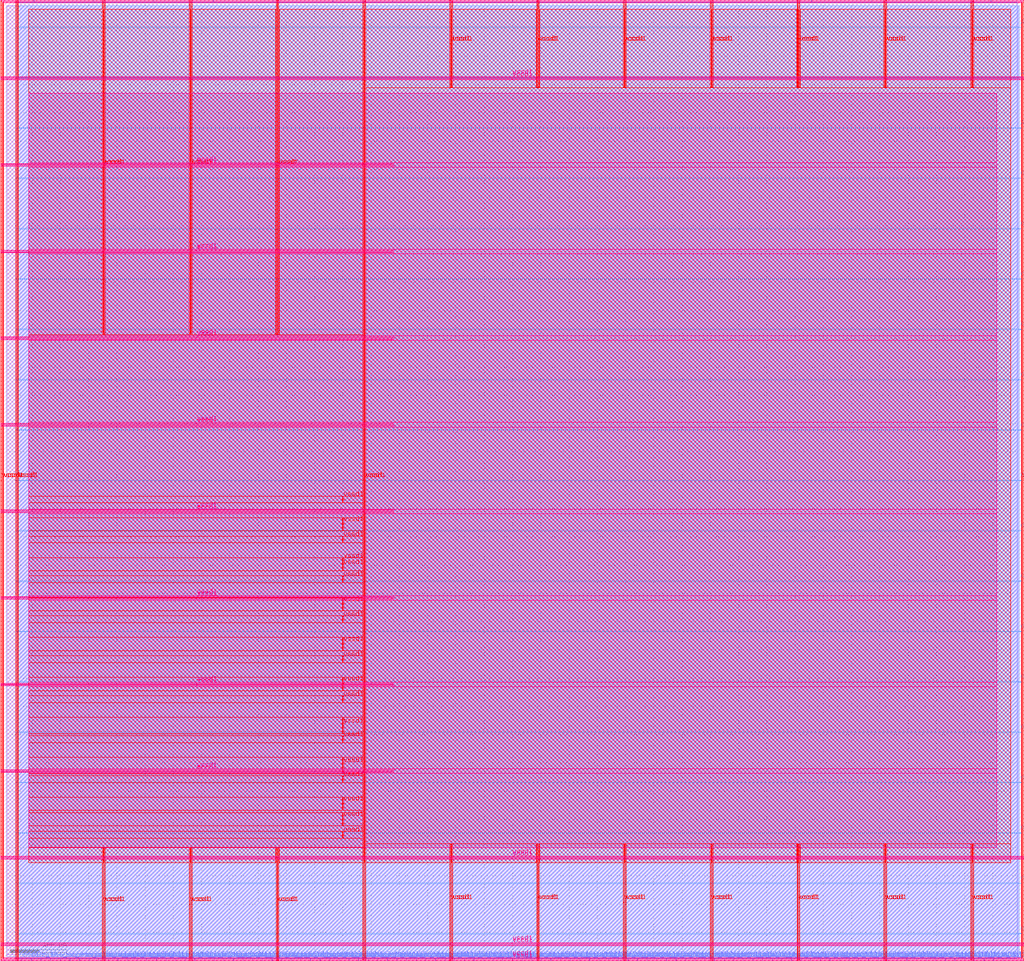
<source format=lef>
VERSION 5.7 ;
  NOWIREEXTENSIONATPIN ON ;
  DIVIDERCHAR "/" ;
  BUSBITCHARS "[]" ;
MACRO top_wrapper
  CLASS BLOCK ;
  FOREIGN top_wrapper ;
  ORIGIN 0.000 0.000 ;
  SIZE 1800.000 BY 1700.000 ;
  PIN ADC_OUT_OBS[0]
    DIRECTION OUTPUT TRISTATE ;
    USE SIGNAL ;
    PORT
      LAYER met3 ;
        RECT 1796.000 1472.920 1800.000 1473.520 ;
    END
  END ADC_OUT_OBS[0]
  PIN ADC_OUT_OBS[1]
    DIRECTION OUTPUT TRISTATE ;
    USE SIGNAL ;
    PORT
      LAYER met3 ;
        RECT 1796.000 1562.000 1800.000 1562.600 ;
    END
  END ADC_OUT_OBS[1]
  PIN ADC_OUT_OBS[2]
    DIRECTION OUTPUT TRISTATE ;
    USE SIGNAL ;
    PORT
      LAYER met3 ;
        RECT 1796.000 1651.080 1800.000 1651.680 ;
    END
  END ADC_OUT_OBS[2]
  PIN BL0
    DIRECTION INOUT ;
    USE SIGNAL ;
    PORT
      LAYER met2 ;
        RECT 1767.870 0.000 1768.150 4.000 ;
    END
  END BL0
  PIN CSA[0]
    DIRECTION OUTPUT TRISTATE ;
    USE SIGNAL ;
    PORT
      LAYER met3 ;
        RECT 1796.000 47.640 1800.000 48.240 ;
    END
  END CSA[0]
  PIN CSA[10]
    DIRECTION OUTPUT TRISTATE ;
    USE SIGNAL ;
    PORT
      LAYER met3 ;
        RECT 1796.000 938.440 1800.000 939.040 ;
    END
  END CSA[10]
  PIN CSA[11]
    DIRECTION OUTPUT TRISTATE ;
    USE SIGNAL ;
    PORT
      LAYER met3 ;
        RECT 1796.000 1027.520 1800.000 1028.120 ;
    END
  END CSA[11]
  PIN CSA[12]
    DIRECTION OUTPUT TRISTATE ;
    USE SIGNAL ;
    PORT
      LAYER met3 ;
        RECT 1796.000 1116.600 1800.000 1117.200 ;
    END
  END CSA[12]
  PIN CSA[13]
    DIRECTION OUTPUT TRISTATE ;
    USE SIGNAL ;
    PORT
      LAYER met3 ;
        RECT 1796.000 1205.680 1800.000 1206.280 ;
    END
  END CSA[13]
  PIN CSA[14]
    DIRECTION OUTPUT TRISTATE ;
    USE SIGNAL ;
    PORT
      LAYER met3 ;
        RECT 1796.000 1294.760 1800.000 1295.360 ;
    END
  END CSA[14]
  PIN CSA[15]
    DIRECTION OUTPUT TRISTATE ;
    USE SIGNAL ;
    PORT
      LAYER met3 ;
        RECT 1796.000 1383.840 1800.000 1384.440 ;
    END
  END CSA[15]
  PIN CSA[1]
    DIRECTION OUTPUT TRISTATE ;
    USE SIGNAL ;
    PORT
      LAYER met3 ;
        RECT 1796.000 136.720 1800.000 137.320 ;
    END
  END CSA[1]
  PIN CSA[2]
    DIRECTION OUTPUT TRISTATE ;
    USE SIGNAL ;
    PORT
      LAYER met3 ;
        RECT 1796.000 225.800 1800.000 226.400 ;
    END
  END CSA[2]
  PIN CSA[3]
    DIRECTION OUTPUT TRISTATE ;
    USE SIGNAL ;
    PORT
      LAYER met3 ;
        RECT 1796.000 314.880 1800.000 315.480 ;
    END
  END CSA[3]
  PIN CSA[4]
    DIRECTION OUTPUT TRISTATE ;
    USE SIGNAL ;
    PORT
      LAYER met3 ;
        RECT 1796.000 403.960 1800.000 404.560 ;
    END
  END CSA[4]
  PIN CSA[5]
    DIRECTION OUTPUT TRISTATE ;
    USE SIGNAL ;
    PORT
      LAYER met3 ;
        RECT 1796.000 493.040 1800.000 493.640 ;
    END
  END CSA[5]
  PIN CSA[6]
    DIRECTION OUTPUT TRISTATE ;
    USE SIGNAL ;
    PORT
      LAYER met3 ;
        RECT 1796.000 582.120 1800.000 582.720 ;
    END
  END CSA[6]
  PIN CSA[7]
    DIRECTION OUTPUT TRISTATE ;
    USE SIGNAL ;
    PORT
      LAYER met3 ;
        RECT 1796.000 671.200 1800.000 671.800 ;
    END
  END CSA[7]
  PIN CSA[8]
    DIRECTION OUTPUT TRISTATE ;
    USE SIGNAL ;
    PORT
      LAYER met3 ;
        RECT 1796.000 760.280 1800.000 760.880 ;
    END
  END CSA[8]
  PIN CSA[9]
    DIRECTION OUTPUT TRISTATE ;
    USE SIGNAL ;
    PORT
      LAYER met3 ;
        RECT 1796.000 849.360 1800.000 849.960 ;
    END
  END CSA[9]
  PIN REF_CSA
    DIRECTION INOUT ;
    USE SIGNAL ;
    PORT
      LAYER met2 ;
        RECT 1640.450 1696.000 1640.730 1700.000 ;
    END
  END REF_CSA
  PIN SL0
    DIRECTION INOUT ;
    USE SIGNAL ;
    PORT
      LAYER met2 ;
        RECT 1733.830 0.000 1734.110 4.000 ;
    END
  END SL0
  PIN V0_REF_ADC
    DIRECTION INOUT ;
    USE SIGNAL ;
    PORT
      LAYER met2 ;
        RECT 1323.050 1696.000 1323.330 1700.000 ;
    END
  END V0_REF_ADC
  PIN V1_BL
    DIRECTION INOUT ;
    USE SIGNAL ;
    PORT
      LAYER met2 ;
        RECT 899.850 1696.000 900.130 1700.000 ;
    END
  END V1_BL
  PIN V1_REF_ADC
    DIRECTION INOUT ;
    USE SIGNAL ;
    PORT
      LAYER met2 ;
        RECT 1428.850 1696.000 1429.130 1700.000 ;
    END
  END V1_REF_ADC
  PIN V1_SL
    DIRECTION INOUT ;
    USE SIGNAL ;
    PORT
      LAYER met2 ;
        RECT 476.650 1696.000 476.930 1700.000 ;
    END
  END V1_SL
  PIN V1_WL
    DIRECTION INOUT ;
    USE SIGNAL ;
    PORT
      LAYER met2 ;
        RECT 53.450 1696.000 53.730 1700.000 ;
    END
  END V1_WL
  PIN V2_BL
    DIRECTION INOUT ;
    USE SIGNAL ;
    PORT
      LAYER met2 ;
        RECT 1005.650 1696.000 1005.930 1700.000 ;
    END
  END V2_BL
  PIN V2_REF_ADC
    DIRECTION INOUT ;
    USE SIGNAL ;
    PORT
      LAYER met2 ;
        RECT 1534.650 1696.000 1534.930 1700.000 ;
    END
  END V2_REF_ADC
  PIN V2_SL
    DIRECTION INOUT ;
    USE SIGNAL ;
    PORT
      LAYER met2 ;
        RECT 582.450 1696.000 582.730 1700.000 ;
    END
  END V2_SL
  PIN V2_WL
    DIRECTION INOUT ;
    USE SIGNAL ;
    PORT
      LAYER met2 ;
        RECT 159.250 1696.000 159.530 1700.000 ;
    END
  END V2_WL
  PIN V3_BL
    DIRECTION INOUT ;
    USE SIGNAL ;
    PORT
      LAYER met2 ;
        RECT 1111.450 1696.000 1111.730 1700.000 ;
    END
  END V3_BL
  PIN V3_SL
    DIRECTION INOUT ;
    USE SIGNAL ;
    PORT
      LAYER met2 ;
        RECT 688.250 1696.000 688.530 1700.000 ;
    END
  END V3_SL
  PIN V3_WL
    DIRECTION INOUT ;
    USE SIGNAL ;
    PORT
      LAYER met2 ;
        RECT 265.050 1696.000 265.330 1700.000 ;
    END
  END V3_WL
  PIN V4_BL
    DIRECTION INOUT ;
    USE SIGNAL ;
    PORT
      LAYER met2 ;
        RECT 1217.250 1696.000 1217.530 1700.000 ;
    END
  END V4_BL
  PIN V4_SL
    DIRECTION INOUT ;
    USE SIGNAL ;
    PORT
      LAYER met2 ;
        RECT 794.050 1696.000 794.330 1700.000 ;
    END
  END V4_SL
  PIN V4_WL
    DIRECTION INOUT ;
    USE SIGNAL ;
    PORT
      LAYER met2 ;
        RECT 370.850 1696.000 371.130 1700.000 ;
    END
  END V4_WL
  PIN VDD_PRE
    DIRECTION INOUT ;
    USE SIGNAL ;
    PORT
      LAYER met2 ;
        RECT 1746.250 1696.000 1746.530 1700.000 ;
    END
  END VDD_PRE
  PIN WL0
    DIRECTION INOUT ;
    USE SIGNAL ;
    PORT
      LAYER met2 ;
        RECT 1750.850 0.000 1751.130 4.000 ;
    END
  END WL0
  PIN clk
    DIRECTION INPUT ;
    USE SIGNAL ;
    PORT
      LAYER met2 ;
        RECT 48.850 0.000 49.130 4.000 ;
    END
  END clk
  PIN enable_IM
    DIRECTION INPUT ;
    USE SIGNAL ;
    PORT
      LAYER met2 ;
        RECT 31.830 0.000 32.110 4.000 ;
    END
  END enable_IM
  PIN rst
    DIRECTION INPUT ;
    USE SIGNAL ;
    PORT
      LAYER met2 ;
        RECT 65.870 0.000 66.150 4.000 ;
    END
  END rst
  PIN vccd1
    DIRECTION INOUT ;
    USE POWER ;
    PORT
      LAYER met4 ;
        RECT -2.080 3.280 -0.480 1696.720 ;
    END
    PORT
      LAYER met5 ;
        RECT -2.080 3.280 1802.060 4.880 ;
    END
    PORT
      LAYER met5 ;
        RECT -2.080 1695.120 1802.060 1696.720 ;
    END
    PORT
      LAYER met4 ;
        RECT 1800.460 3.280 1802.060 1696.720 ;
    END
    PORT
      LAYER met4 ;
        RECT 21.040 -0.020 22.640 1700.020 ;
    END
    PORT
      LAYER met4 ;
        RECT 174.640 -0.020 176.240 200.755 ;
    END
    PORT
      LAYER met4 ;
        RECT 174.640 1107.725 176.240 1700.020 ;
    END
    PORT
      LAYER met4 ;
        RECT 328.240 -0.020 329.840 200.755 ;
    END
    PORT
      LAYER met4 ;
        RECT 328.240 1107.725 329.840 1700.020 ;
    END
    PORT
      LAYER met4 ;
        RECT 481.840 -0.020 483.440 200.755 ;
    END
    PORT
      LAYER met4 ;
        RECT 481.840 1107.725 483.440 1700.020 ;
    END
    PORT
      LAYER met4 ;
        RECT 635.440 -0.020 637.040 1700.020 ;
    END
    PORT
      LAYER met4 ;
        RECT 789.040 -0.020 790.640 206.780 ;
    END
    PORT
      LAYER met4 ;
        RECT 789.040 1545.180 790.640 1700.020 ;
    END
    PORT
      LAYER met4 ;
        RECT 942.640 -0.020 944.240 206.780 ;
    END
    PORT
      LAYER met4 ;
        RECT 942.640 1545.180 944.240 1700.020 ;
    END
    PORT
      LAYER met4 ;
        RECT 1096.240 -0.020 1097.840 206.780 ;
    END
    PORT
      LAYER met4 ;
        RECT 1096.240 1545.180 1097.840 1700.020 ;
    END
    PORT
      LAYER met4 ;
        RECT 1249.840 -0.020 1251.440 206.780 ;
    END
    PORT
      LAYER met4 ;
        RECT 1249.840 1545.180 1251.440 1700.020 ;
    END
    PORT
      LAYER met4 ;
        RECT 1403.440 -0.020 1405.040 206.780 ;
    END
    PORT
      LAYER met4 ;
        RECT 1403.440 1545.180 1405.040 1700.020 ;
    END
    PORT
      LAYER met4 ;
        RECT 1557.040 -0.020 1558.640 206.780 ;
    END
    PORT
      LAYER met4 ;
        RECT 1557.040 1545.180 1558.640 1700.020 ;
    END
    PORT
      LAYER met4 ;
        RECT 1710.640 -0.020 1712.240 206.780 ;
    END
    PORT
      LAYER met4 ;
        RECT 1710.640 1545.180 1712.240 1700.020 ;
    END
    PORT
      LAYER met5 ;
        RECT -5.380 26.730 1805.360 28.330 ;
    END
    PORT
      LAYER met5 ;
        RECT -5.380 179.910 1805.360 181.510 ;
    END
    PORT
      LAYER met5 ;
        RECT -5.380 333.090 688.340 334.690 ;
    END
    PORT
      LAYER met5 ;
        RECT -5.380 486.270 688.340 487.870 ;
    END
    PORT
      LAYER met5 ;
        RECT -5.380 639.450 688.340 641.050 ;
    END
    PORT
      LAYER met5 ;
        RECT -5.380 792.630 688.340 794.230 ;
    END
    PORT
      LAYER met5 ;
        RECT -5.380 945.810 688.340 947.410 ;
    END
    PORT
      LAYER met5 ;
        RECT -5.380 1098.990 688.340 1100.590 ;
    END
    PORT
      LAYER met5 ;
        RECT -5.380 1252.170 688.340 1253.770 ;
    END
    PORT
      LAYER met5 ;
        RECT -5.380 1405.350 688.340 1406.950 ;
    END
    PORT
      LAYER met5 ;
        RECT -5.380 1558.530 1805.360 1560.130 ;
    END
  END vccd1
  PIN vssd1
    DIRECTION INOUT ;
    USE GROUND ;
    PORT
      LAYER met4 ;
        RECT -5.380 -0.020 -3.780 1700.020 ;
    END
    PORT
      LAYER met5 ;
        RECT -5.380 -0.020 1805.360 1.580 ;
    END
    PORT
      LAYER met5 ;
        RECT -5.380 1698.420 1805.360 1700.020 ;
    END
    PORT
      LAYER met4 ;
        RECT 1803.760 -0.020 1805.360 1700.020 ;
    END
    PORT
      LAYER met4 ;
        RECT 24.340 -0.020 25.940 1700.020 ;
    END
    PORT
      LAYER met4 ;
        RECT 177.940 -0.020 179.540 200.755 ;
    END
    PORT
      LAYER met4 ;
        RECT 177.940 1107.725 179.540 1700.020 ;
    END
    PORT
      LAYER met4 ;
        RECT 331.540 -0.020 333.140 200.755 ;
    END
    PORT
      LAYER met4 ;
        RECT 331.540 1107.725 333.140 1700.020 ;
    END
    PORT
      LAYER met4 ;
        RECT 485.140 -0.020 486.740 200.755 ;
    END
    PORT
      LAYER met4 ;
        RECT 485.140 1107.725 486.740 1700.020 ;
    END
    PORT
      LAYER met4 ;
        RECT 638.740 -0.020 640.340 1700.020 ;
    END
    PORT
      LAYER met4 ;
        RECT 792.340 -0.020 793.940 206.780 ;
    END
    PORT
      LAYER met4 ;
        RECT 792.340 1545.180 793.940 1700.020 ;
    END
    PORT
      LAYER met4 ;
        RECT 945.940 -0.020 947.540 206.780 ;
    END
    PORT
      LAYER met4 ;
        RECT 945.940 1545.180 947.540 1700.020 ;
    END
    PORT
      LAYER met4 ;
        RECT 1099.540 -0.020 1101.140 206.780 ;
    END
    PORT
      LAYER met4 ;
        RECT 1099.540 1545.180 1101.140 1700.020 ;
    END
    PORT
      LAYER met4 ;
        RECT 1253.140 -0.020 1254.740 206.780 ;
    END
    PORT
      LAYER met4 ;
        RECT 1253.140 1545.180 1254.740 1700.020 ;
    END
    PORT
      LAYER met4 ;
        RECT 1406.740 -0.020 1408.340 206.780 ;
    END
    PORT
      LAYER met4 ;
        RECT 1406.740 1545.180 1408.340 1700.020 ;
    END
    PORT
      LAYER met4 ;
        RECT 1560.340 -0.020 1561.940 206.780 ;
    END
    PORT
      LAYER met4 ;
        RECT 1560.340 1545.180 1561.940 1700.020 ;
    END
    PORT
      LAYER met4 ;
        RECT 1713.940 -0.020 1715.540 206.780 ;
    END
    PORT
      LAYER met4 ;
        RECT 1713.940 1545.180 1715.540 1700.020 ;
    END
    PORT
      LAYER met5 ;
        RECT -5.380 30.030 1805.360 31.630 ;
    END
    PORT
      LAYER met5 ;
        RECT -5.380 183.210 1805.360 184.810 ;
    END
    PORT
      LAYER met5 ;
        RECT -5.380 336.390 688.340 337.990 ;
    END
    PORT
      LAYER met5 ;
        RECT -5.380 489.570 688.340 491.170 ;
    END
    PORT
      LAYER met5 ;
        RECT -5.380 642.750 688.340 644.350 ;
    END
    PORT
      LAYER met5 ;
        RECT -5.380 795.930 688.340 797.530 ;
    END
    PORT
      LAYER met5 ;
        RECT -5.380 949.110 688.340 950.710 ;
    END
    PORT
      LAYER met5 ;
        RECT -5.380 1102.290 688.340 1103.890 ;
    END
    PORT
      LAYER met5 ;
        RECT -5.380 1255.470 688.340 1257.070 ;
    END
    PORT
      LAYER met5 ;
        RECT -5.380 1408.650 688.340 1410.250 ;
    END
    PORT
      LAYER met5 ;
        RECT -5.380 1561.830 1805.360 1563.430 ;
    END
    PORT
      LAYER met4 ;
        RECT 599.500 217.360 601.100 228.720 ;
    END
    PORT
      LAYER met4 ;
        RECT 599.500 239.120 601.100 261.360 ;
    END
    PORT
      LAYER met4 ;
        RECT 599.500 266.320 601.100 288.560 ;
    END
    PORT
      LAYER met4 ;
        RECT 599.500 315.280 601.100 326.640 ;
    END
    PORT
      LAYER met4 ;
        RECT 599.500 331.600 601.100 359.280 ;
    END
    PORT
      LAYER met4 ;
        RECT 599.500 386.000 601.100 397.360 ;
    END
    PORT
      LAYER met4 ;
        RECT 599.500 402.320 601.100 430.000 ;
    END
    PORT
      LAYER met4 ;
        RECT 599.500 456.720 601.100 468.080 ;
    END
    PORT
      LAYER met4 ;
        RECT 599.500 478.480 601.100 500.720 ;
    END
    PORT
      LAYER met4 ;
        RECT 599.500 527.440 601.100 538.800 ;
    END
    PORT
      LAYER met4 ;
        RECT 599.500 549.200 601.100 571.440 ;
    END
    PORT
      LAYER met4 ;
        RECT 599.500 598.160 601.100 609.520 ;
    END
    PORT
      LAYER met4 ;
        RECT 599.500 619.920 601.100 642.160 ;
    END
    PORT
      LAYER met4 ;
        RECT 599.500 668.880 601.100 680.240 ;
    END
    PORT
      LAYER met4 ;
        RECT 599.500 690.640 601.100 701.520 ;
    END
    PORT
      LAYER met4 ;
        RECT 599.500 701.745 601.100 712.880 ;
    END
    PORT
      LAYER met4 ;
        RECT 599.500 739.600 601.100 750.960 ;
    END
    PORT
      LAYER met4 ;
        RECT 599.500 761.360 601.100 783.600 ;
    END
    PORT
      LAYER met4 ;
        RECT 599.500 810.320 601.100 821.680 ;
    END
  END vssd1
  PIN wbs_we_i
    DIRECTION INPUT ;
    USE SIGNAL ;
    PORT
      LAYER met2 ;
        RECT 82.890 0.000 83.170 4.000 ;
    END
  END wbs_we_i
  PIN wishbone_address_bus[0]
    DIRECTION INPUT ;
    USE SIGNAL ;
    PORT
      LAYER met2 ;
        RECT 99.910 0.000 100.190 4.000 ;
    END
  END wishbone_address_bus[0]
  PIN wishbone_address_bus[10]
    DIRECTION INPUT ;
    USE SIGNAL ;
    PORT
      LAYER met2 ;
        RECT 610.510 0.000 610.790 4.000 ;
    END
  END wishbone_address_bus[10]
  PIN wishbone_address_bus[11]
    DIRECTION INPUT ;
    USE SIGNAL ;
    PORT
      LAYER met2 ;
        RECT 661.570 0.000 661.850 4.000 ;
    END
  END wishbone_address_bus[11]
  PIN wishbone_address_bus[12]
    DIRECTION INPUT ;
    USE SIGNAL ;
    PORT
      LAYER met2 ;
        RECT 712.630 0.000 712.910 4.000 ;
    END
  END wishbone_address_bus[12]
  PIN wishbone_address_bus[13]
    DIRECTION INPUT ;
    USE SIGNAL ;
    PORT
      LAYER met2 ;
        RECT 763.690 0.000 763.970 4.000 ;
    END
  END wishbone_address_bus[13]
  PIN wishbone_address_bus[14]
    DIRECTION INPUT ;
    USE SIGNAL ;
    PORT
      LAYER met2 ;
        RECT 814.750 0.000 815.030 4.000 ;
    END
  END wishbone_address_bus[14]
  PIN wishbone_address_bus[15]
    DIRECTION INPUT ;
    USE SIGNAL ;
    PORT
      LAYER met2 ;
        RECT 865.810 0.000 866.090 4.000 ;
    END
  END wishbone_address_bus[15]
  PIN wishbone_address_bus[16]
    DIRECTION INPUT ;
    USE SIGNAL ;
    PORT
      LAYER met2 ;
        RECT 916.870 0.000 917.150 4.000 ;
    END
  END wishbone_address_bus[16]
  PIN wishbone_address_bus[17]
    DIRECTION INPUT ;
    USE SIGNAL ;
    PORT
      LAYER met2 ;
        RECT 967.930 0.000 968.210 4.000 ;
    END
  END wishbone_address_bus[17]
  PIN wishbone_address_bus[18]
    DIRECTION INPUT ;
    USE SIGNAL ;
    PORT
      LAYER met2 ;
        RECT 1018.990 0.000 1019.270 4.000 ;
    END
  END wishbone_address_bus[18]
  PIN wishbone_address_bus[19]
    DIRECTION INPUT ;
    USE SIGNAL ;
    PORT
      LAYER met2 ;
        RECT 1070.050 0.000 1070.330 4.000 ;
    END
  END wishbone_address_bus[19]
  PIN wishbone_address_bus[1]
    DIRECTION INPUT ;
    USE SIGNAL ;
    PORT
      LAYER met2 ;
        RECT 150.970 0.000 151.250 4.000 ;
    END
  END wishbone_address_bus[1]
  PIN wishbone_address_bus[20]
    DIRECTION INPUT ;
    USE SIGNAL ;
    PORT
      LAYER met2 ;
        RECT 1121.110 0.000 1121.390 4.000 ;
    END
  END wishbone_address_bus[20]
  PIN wishbone_address_bus[21]
    DIRECTION INPUT ;
    USE SIGNAL ;
    PORT
      LAYER met2 ;
        RECT 1172.170 0.000 1172.450 4.000 ;
    END
  END wishbone_address_bus[21]
  PIN wishbone_address_bus[22]
    DIRECTION INPUT ;
    USE SIGNAL ;
    PORT
      LAYER met2 ;
        RECT 1223.230 0.000 1223.510 4.000 ;
    END
  END wishbone_address_bus[22]
  PIN wishbone_address_bus[23]
    DIRECTION INPUT ;
    USE SIGNAL ;
    PORT
      LAYER met2 ;
        RECT 1274.290 0.000 1274.570 4.000 ;
    END
  END wishbone_address_bus[23]
  PIN wishbone_address_bus[24]
    DIRECTION INPUT ;
    USE SIGNAL ;
    PORT
      LAYER met2 ;
        RECT 1325.350 0.000 1325.630 4.000 ;
    END
  END wishbone_address_bus[24]
  PIN wishbone_address_bus[25]
    DIRECTION INPUT ;
    USE SIGNAL ;
    PORT
      LAYER met2 ;
        RECT 1376.410 0.000 1376.690 4.000 ;
    END
  END wishbone_address_bus[25]
  PIN wishbone_address_bus[26]
    DIRECTION INPUT ;
    USE SIGNAL ;
    PORT
      LAYER met2 ;
        RECT 1427.470 0.000 1427.750 4.000 ;
    END
  END wishbone_address_bus[26]
  PIN wishbone_address_bus[27]
    DIRECTION INPUT ;
    USE SIGNAL ;
    PORT
      LAYER met2 ;
        RECT 1478.530 0.000 1478.810 4.000 ;
    END
  END wishbone_address_bus[27]
  PIN wishbone_address_bus[28]
    DIRECTION INPUT ;
    USE SIGNAL ;
    PORT
      LAYER met2 ;
        RECT 1529.590 0.000 1529.870 4.000 ;
    END
  END wishbone_address_bus[28]
  PIN wishbone_address_bus[29]
    DIRECTION INPUT ;
    USE SIGNAL ;
    PORT
      LAYER met2 ;
        RECT 1580.650 0.000 1580.930 4.000 ;
    END
  END wishbone_address_bus[29]
  PIN wishbone_address_bus[2]
    DIRECTION INPUT ;
    USE SIGNAL ;
    PORT
      LAYER met2 ;
        RECT 202.030 0.000 202.310 4.000 ;
    END
  END wishbone_address_bus[2]
  PIN wishbone_address_bus[30]
    DIRECTION INPUT ;
    USE SIGNAL ;
    PORT
      LAYER met2 ;
        RECT 1631.710 0.000 1631.990 4.000 ;
    END
  END wishbone_address_bus[30]
  PIN wishbone_address_bus[31]
    DIRECTION INPUT ;
    USE SIGNAL ;
    PORT
      LAYER met2 ;
        RECT 1682.770 0.000 1683.050 4.000 ;
    END
  END wishbone_address_bus[31]
  PIN wishbone_address_bus[3]
    DIRECTION INPUT ;
    USE SIGNAL ;
    PORT
      LAYER met2 ;
        RECT 253.090 0.000 253.370 4.000 ;
    END
  END wishbone_address_bus[3]
  PIN wishbone_address_bus[4]
    DIRECTION INPUT ;
    USE SIGNAL ;
    PORT
      LAYER met2 ;
        RECT 304.150 0.000 304.430 4.000 ;
    END
  END wishbone_address_bus[4]
  PIN wishbone_address_bus[5]
    DIRECTION INPUT ;
    USE SIGNAL ;
    PORT
      LAYER met2 ;
        RECT 355.210 0.000 355.490 4.000 ;
    END
  END wishbone_address_bus[5]
  PIN wishbone_address_bus[6]
    DIRECTION INPUT ;
    USE SIGNAL ;
    PORT
      LAYER met2 ;
        RECT 406.270 0.000 406.550 4.000 ;
    END
  END wishbone_address_bus[6]
  PIN wishbone_address_bus[7]
    DIRECTION INPUT ;
    USE SIGNAL ;
    PORT
      LAYER met2 ;
        RECT 457.330 0.000 457.610 4.000 ;
    END
  END wishbone_address_bus[7]
  PIN wishbone_address_bus[8]
    DIRECTION INPUT ;
    USE SIGNAL ;
    PORT
      LAYER met2 ;
        RECT 508.390 0.000 508.670 4.000 ;
    END
  END wishbone_address_bus[8]
  PIN wishbone_address_bus[9]
    DIRECTION INPUT ;
    USE SIGNAL ;
    PORT
      LAYER met2 ;
        RECT 559.450 0.000 559.730 4.000 ;
    END
  END wishbone_address_bus[9]
  PIN wishbone_data_in[0]
    DIRECTION INPUT ;
    USE SIGNAL ;
    PORT
      LAYER met2 ;
        RECT 116.930 0.000 117.210 4.000 ;
    END
  END wishbone_data_in[0]
  PIN wishbone_data_in[10]
    DIRECTION INPUT ;
    USE SIGNAL ;
    PORT
      LAYER met2 ;
        RECT 627.530 0.000 627.810 4.000 ;
    END
  END wishbone_data_in[10]
  PIN wishbone_data_in[11]
    DIRECTION INPUT ;
    USE SIGNAL ;
    PORT
      LAYER met2 ;
        RECT 678.590 0.000 678.870 4.000 ;
    END
  END wishbone_data_in[11]
  PIN wishbone_data_in[12]
    DIRECTION INPUT ;
    USE SIGNAL ;
    PORT
      LAYER met2 ;
        RECT 729.650 0.000 729.930 4.000 ;
    END
  END wishbone_data_in[12]
  PIN wishbone_data_in[13]
    DIRECTION INPUT ;
    USE SIGNAL ;
    PORT
      LAYER met2 ;
        RECT 780.710 0.000 780.990 4.000 ;
    END
  END wishbone_data_in[13]
  PIN wishbone_data_in[14]
    DIRECTION INPUT ;
    USE SIGNAL ;
    PORT
      LAYER met2 ;
        RECT 831.770 0.000 832.050 4.000 ;
    END
  END wishbone_data_in[14]
  PIN wishbone_data_in[15]
    DIRECTION INPUT ;
    USE SIGNAL ;
    PORT
      LAYER met2 ;
        RECT 882.830 0.000 883.110 4.000 ;
    END
  END wishbone_data_in[15]
  PIN wishbone_data_in[16]
    DIRECTION INPUT ;
    USE SIGNAL ;
    PORT
      LAYER met2 ;
        RECT 933.890 0.000 934.170 4.000 ;
    END
  END wishbone_data_in[16]
  PIN wishbone_data_in[17]
    DIRECTION INPUT ;
    USE SIGNAL ;
    PORT
      LAYER met2 ;
        RECT 984.950 0.000 985.230 4.000 ;
    END
  END wishbone_data_in[17]
  PIN wishbone_data_in[18]
    DIRECTION INPUT ;
    USE SIGNAL ;
    PORT
      LAYER met2 ;
        RECT 1036.010 0.000 1036.290 4.000 ;
    END
  END wishbone_data_in[18]
  PIN wishbone_data_in[19]
    DIRECTION INPUT ;
    USE SIGNAL ;
    PORT
      LAYER met2 ;
        RECT 1087.070 0.000 1087.350 4.000 ;
    END
  END wishbone_data_in[19]
  PIN wishbone_data_in[1]
    DIRECTION INPUT ;
    USE SIGNAL ;
    PORT
      LAYER met2 ;
        RECT 167.990 0.000 168.270 4.000 ;
    END
  END wishbone_data_in[1]
  PIN wishbone_data_in[20]
    DIRECTION INPUT ;
    USE SIGNAL ;
    PORT
      LAYER met2 ;
        RECT 1138.130 0.000 1138.410 4.000 ;
    END
  END wishbone_data_in[20]
  PIN wishbone_data_in[21]
    DIRECTION INPUT ;
    USE SIGNAL ;
    PORT
      LAYER met2 ;
        RECT 1189.190 0.000 1189.470 4.000 ;
    END
  END wishbone_data_in[21]
  PIN wishbone_data_in[22]
    DIRECTION INPUT ;
    USE SIGNAL ;
    PORT
      LAYER met2 ;
        RECT 1240.250 0.000 1240.530 4.000 ;
    END
  END wishbone_data_in[22]
  PIN wishbone_data_in[23]
    DIRECTION INPUT ;
    USE SIGNAL ;
    PORT
      LAYER met2 ;
        RECT 1291.310 0.000 1291.590 4.000 ;
    END
  END wishbone_data_in[23]
  PIN wishbone_data_in[24]
    DIRECTION INPUT ;
    USE SIGNAL ;
    PORT
      LAYER met2 ;
        RECT 1342.370 0.000 1342.650 4.000 ;
    END
  END wishbone_data_in[24]
  PIN wishbone_data_in[25]
    DIRECTION INPUT ;
    USE SIGNAL ;
    PORT
      LAYER met2 ;
        RECT 1393.430 0.000 1393.710 4.000 ;
    END
  END wishbone_data_in[25]
  PIN wishbone_data_in[26]
    DIRECTION INPUT ;
    USE SIGNAL ;
    PORT
      LAYER met2 ;
        RECT 1444.490 0.000 1444.770 4.000 ;
    END
  END wishbone_data_in[26]
  PIN wishbone_data_in[27]
    DIRECTION INPUT ;
    USE SIGNAL ;
    PORT
      LAYER met2 ;
        RECT 1495.550 0.000 1495.830 4.000 ;
    END
  END wishbone_data_in[27]
  PIN wishbone_data_in[28]
    DIRECTION INPUT ;
    USE SIGNAL ;
    PORT
      LAYER met2 ;
        RECT 1546.610 0.000 1546.890 4.000 ;
    END
  END wishbone_data_in[28]
  PIN wishbone_data_in[29]
    DIRECTION INPUT ;
    USE SIGNAL ;
    PORT
      LAYER met2 ;
        RECT 1597.670 0.000 1597.950 4.000 ;
    END
  END wishbone_data_in[29]
  PIN wishbone_data_in[2]
    DIRECTION INPUT ;
    USE SIGNAL ;
    PORT
      LAYER met2 ;
        RECT 219.050 0.000 219.330 4.000 ;
    END
  END wishbone_data_in[2]
  PIN wishbone_data_in[30]
    DIRECTION INPUT ;
    USE SIGNAL ;
    PORT
      LAYER met2 ;
        RECT 1648.730 0.000 1649.010 4.000 ;
    END
  END wishbone_data_in[30]
  PIN wishbone_data_in[31]
    DIRECTION INPUT ;
    USE SIGNAL ;
    PORT
      LAYER met2 ;
        RECT 1699.790 0.000 1700.070 4.000 ;
    END
  END wishbone_data_in[31]
  PIN wishbone_data_in[3]
    DIRECTION INPUT ;
    USE SIGNAL ;
    PORT
      LAYER met2 ;
        RECT 270.110 0.000 270.390 4.000 ;
    END
  END wishbone_data_in[3]
  PIN wishbone_data_in[4]
    DIRECTION INPUT ;
    USE SIGNAL ;
    PORT
      LAYER met2 ;
        RECT 321.170 0.000 321.450 4.000 ;
    END
  END wishbone_data_in[4]
  PIN wishbone_data_in[5]
    DIRECTION INPUT ;
    USE SIGNAL ;
    PORT
      LAYER met2 ;
        RECT 372.230 0.000 372.510 4.000 ;
    END
  END wishbone_data_in[5]
  PIN wishbone_data_in[6]
    DIRECTION INPUT ;
    USE SIGNAL ;
    PORT
      LAYER met2 ;
        RECT 423.290 0.000 423.570 4.000 ;
    END
  END wishbone_data_in[6]
  PIN wishbone_data_in[7]
    DIRECTION INPUT ;
    USE SIGNAL ;
    PORT
      LAYER met2 ;
        RECT 474.350 0.000 474.630 4.000 ;
    END
  END wishbone_data_in[7]
  PIN wishbone_data_in[8]
    DIRECTION INPUT ;
    USE SIGNAL ;
    PORT
      LAYER met2 ;
        RECT 525.410 0.000 525.690 4.000 ;
    END
  END wishbone_data_in[8]
  PIN wishbone_data_in[9]
    DIRECTION INPUT ;
    USE SIGNAL ;
    PORT
      LAYER met2 ;
        RECT 576.470 0.000 576.750 4.000 ;
    END
  END wishbone_data_in[9]
  PIN wishbone_data_out[0]
    DIRECTION OUTPUT TRISTATE ;
    USE SIGNAL ;
    PORT
      LAYER met2 ;
        RECT 133.950 0.000 134.230 4.000 ;
    END
  END wishbone_data_out[0]
  PIN wishbone_data_out[10]
    DIRECTION OUTPUT TRISTATE ;
    USE SIGNAL ;
    PORT
      LAYER met2 ;
        RECT 644.550 0.000 644.830 4.000 ;
    END
  END wishbone_data_out[10]
  PIN wishbone_data_out[11]
    DIRECTION OUTPUT TRISTATE ;
    USE SIGNAL ;
    PORT
      LAYER met2 ;
        RECT 695.610 0.000 695.890 4.000 ;
    END
  END wishbone_data_out[11]
  PIN wishbone_data_out[12]
    DIRECTION OUTPUT TRISTATE ;
    USE SIGNAL ;
    PORT
      LAYER met2 ;
        RECT 746.670 0.000 746.950 4.000 ;
    END
  END wishbone_data_out[12]
  PIN wishbone_data_out[13]
    DIRECTION OUTPUT TRISTATE ;
    USE SIGNAL ;
    PORT
      LAYER met2 ;
        RECT 797.730 0.000 798.010 4.000 ;
    END
  END wishbone_data_out[13]
  PIN wishbone_data_out[14]
    DIRECTION OUTPUT TRISTATE ;
    USE SIGNAL ;
    PORT
      LAYER met2 ;
        RECT 848.790 0.000 849.070 4.000 ;
    END
  END wishbone_data_out[14]
  PIN wishbone_data_out[15]
    DIRECTION OUTPUT TRISTATE ;
    USE SIGNAL ;
    PORT
      LAYER met2 ;
        RECT 899.850 0.000 900.130 4.000 ;
    END
  END wishbone_data_out[15]
  PIN wishbone_data_out[16]
    DIRECTION OUTPUT TRISTATE ;
    USE SIGNAL ;
    PORT
      LAYER met2 ;
        RECT 950.910 0.000 951.190 4.000 ;
    END
  END wishbone_data_out[16]
  PIN wishbone_data_out[17]
    DIRECTION OUTPUT TRISTATE ;
    USE SIGNAL ;
    PORT
      LAYER met2 ;
        RECT 1001.970 0.000 1002.250 4.000 ;
    END
  END wishbone_data_out[17]
  PIN wishbone_data_out[18]
    DIRECTION OUTPUT TRISTATE ;
    USE SIGNAL ;
    PORT
      LAYER met2 ;
        RECT 1053.030 0.000 1053.310 4.000 ;
    END
  END wishbone_data_out[18]
  PIN wishbone_data_out[19]
    DIRECTION OUTPUT TRISTATE ;
    USE SIGNAL ;
    PORT
      LAYER met2 ;
        RECT 1104.090 0.000 1104.370 4.000 ;
    END
  END wishbone_data_out[19]
  PIN wishbone_data_out[1]
    DIRECTION OUTPUT TRISTATE ;
    USE SIGNAL ;
    PORT
      LAYER met2 ;
        RECT 185.010 0.000 185.290 4.000 ;
    END
  END wishbone_data_out[1]
  PIN wishbone_data_out[20]
    DIRECTION OUTPUT TRISTATE ;
    USE SIGNAL ;
    PORT
      LAYER met2 ;
        RECT 1155.150 0.000 1155.430 4.000 ;
    END
  END wishbone_data_out[20]
  PIN wishbone_data_out[21]
    DIRECTION OUTPUT TRISTATE ;
    USE SIGNAL ;
    PORT
      LAYER met2 ;
        RECT 1206.210 0.000 1206.490 4.000 ;
    END
  END wishbone_data_out[21]
  PIN wishbone_data_out[22]
    DIRECTION OUTPUT TRISTATE ;
    USE SIGNAL ;
    PORT
      LAYER met2 ;
        RECT 1257.270 0.000 1257.550 4.000 ;
    END
  END wishbone_data_out[22]
  PIN wishbone_data_out[23]
    DIRECTION OUTPUT TRISTATE ;
    USE SIGNAL ;
    PORT
      LAYER met2 ;
        RECT 1308.330 0.000 1308.610 4.000 ;
    END
  END wishbone_data_out[23]
  PIN wishbone_data_out[24]
    DIRECTION OUTPUT TRISTATE ;
    USE SIGNAL ;
    PORT
      LAYER met2 ;
        RECT 1359.390 0.000 1359.670 4.000 ;
    END
  END wishbone_data_out[24]
  PIN wishbone_data_out[25]
    DIRECTION OUTPUT TRISTATE ;
    USE SIGNAL ;
    PORT
      LAYER met2 ;
        RECT 1410.450 0.000 1410.730 4.000 ;
    END
  END wishbone_data_out[25]
  PIN wishbone_data_out[26]
    DIRECTION OUTPUT TRISTATE ;
    USE SIGNAL ;
    PORT
      LAYER met2 ;
        RECT 1461.510 0.000 1461.790 4.000 ;
    END
  END wishbone_data_out[26]
  PIN wishbone_data_out[27]
    DIRECTION OUTPUT TRISTATE ;
    USE SIGNAL ;
    PORT
      LAYER met2 ;
        RECT 1512.570 0.000 1512.850 4.000 ;
    END
  END wishbone_data_out[27]
  PIN wishbone_data_out[28]
    DIRECTION OUTPUT TRISTATE ;
    USE SIGNAL ;
    PORT
      LAYER met2 ;
        RECT 1563.630 0.000 1563.910 4.000 ;
    END
  END wishbone_data_out[28]
  PIN wishbone_data_out[29]
    DIRECTION OUTPUT TRISTATE ;
    USE SIGNAL ;
    PORT
      LAYER met2 ;
        RECT 1614.690 0.000 1614.970 4.000 ;
    END
  END wishbone_data_out[29]
  PIN wishbone_data_out[2]
    DIRECTION OUTPUT TRISTATE ;
    USE SIGNAL ;
    PORT
      LAYER met2 ;
        RECT 236.070 0.000 236.350 4.000 ;
    END
  END wishbone_data_out[2]
  PIN wishbone_data_out[30]
    DIRECTION OUTPUT TRISTATE ;
    USE SIGNAL ;
    PORT
      LAYER met2 ;
        RECT 1665.750 0.000 1666.030 4.000 ;
    END
  END wishbone_data_out[30]
  PIN wishbone_data_out[31]
    DIRECTION OUTPUT TRISTATE ;
    USE SIGNAL ;
    PORT
      LAYER met2 ;
        RECT 1716.810 0.000 1717.090 4.000 ;
    END
  END wishbone_data_out[31]
  PIN wishbone_data_out[3]
    DIRECTION OUTPUT TRISTATE ;
    USE SIGNAL ;
    PORT
      LAYER met2 ;
        RECT 287.130 0.000 287.410 4.000 ;
    END
  END wishbone_data_out[3]
  PIN wishbone_data_out[4]
    DIRECTION OUTPUT TRISTATE ;
    USE SIGNAL ;
    PORT
      LAYER met2 ;
        RECT 338.190 0.000 338.470 4.000 ;
    END
  END wishbone_data_out[4]
  PIN wishbone_data_out[5]
    DIRECTION OUTPUT TRISTATE ;
    USE SIGNAL ;
    PORT
      LAYER met2 ;
        RECT 389.250 0.000 389.530 4.000 ;
    END
  END wishbone_data_out[5]
  PIN wishbone_data_out[6]
    DIRECTION OUTPUT TRISTATE ;
    USE SIGNAL ;
    PORT
      LAYER met2 ;
        RECT 440.310 0.000 440.590 4.000 ;
    END
  END wishbone_data_out[6]
  PIN wishbone_data_out[7]
    DIRECTION OUTPUT TRISTATE ;
    USE SIGNAL ;
    PORT
      LAYER met2 ;
        RECT 491.370 0.000 491.650 4.000 ;
    END
  END wishbone_data_out[7]
  PIN wishbone_data_out[8]
    DIRECTION OUTPUT TRISTATE ;
    USE SIGNAL ;
    PORT
      LAYER met2 ;
        RECT 542.430 0.000 542.710 4.000 ;
    END
  END wishbone_data_out[8]
  PIN wishbone_data_out[9]
    DIRECTION OUTPUT TRISTATE ;
    USE SIGNAL ;
    PORT
      LAYER met2 ;
        RECT 593.490 0.000 593.770 4.000 ;
    END
  END wishbone_data_out[9]
  OBS
      LAYER li1 ;
        RECT 5.520 10.795 1794.460 1689.205 ;
      LAYER met1 ;
        RECT 5.520 6.840 1794.460 1689.360 ;
      LAYER met2 ;
        RECT 21.070 1695.720 53.170 1696.330 ;
        RECT 54.010 1695.720 158.970 1696.330 ;
        RECT 159.810 1695.720 264.770 1696.330 ;
        RECT 265.610 1695.720 370.570 1696.330 ;
        RECT 371.410 1695.720 476.370 1696.330 ;
        RECT 477.210 1695.720 582.170 1696.330 ;
        RECT 583.010 1695.720 687.970 1696.330 ;
        RECT 688.810 1695.720 793.770 1696.330 ;
        RECT 794.610 1695.720 899.570 1696.330 ;
        RECT 900.410 1695.720 1005.370 1696.330 ;
        RECT 1006.210 1695.720 1111.170 1696.330 ;
        RECT 1112.010 1695.720 1216.970 1696.330 ;
        RECT 1217.810 1695.720 1322.770 1696.330 ;
        RECT 1323.610 1695.720 1428.570 1696.330 ;
        RECT 1429.410 1695.720 1534.370 1696.330 ;
        RECT 1535.210 1695.720 1640.170 1696.330 ;
        RECT 1641.010 1695.720 1745.970 1696.330 ;
        RECT 1746.810 1695.720 1792.990 1696.330 ;
        RECT 21.070 4.280 1792.990 1695.720 ;
        RECT 21.070 4.000 31.550 4.280 ;
        RECT 32.390 4.000 48.570 4.280 ;
        RECT 49.410 4.000 65.590 4.280 ;
        RECT 66.430 4.000 82.610 4.280 ;
        RECT 83.450 4.000 99.630 4.280 ;
        RECT 100.470 4.000 116.650 4.280 ;
        RECT 117.490 4.000 133.670 4.280 ;
        RECT 134.510 4.000 150.690 4.280 ;
        RECT 151.530 4.000 167.710 4.280 ;
        RECT 168.550 4.000 184.730 4.280 ;
        RECT 185.570 4.000 201.750 4.280 ;
        RECT 202.590 4.000 218.770 4.280 ;
        RECT 219.610 4.000 235.790 4.280 ;
        RECT 236.630 4.000 252.810 4.280 ;
        RECT 253.650 4.000 269.830 4.280 ;
        RECT 270.670 4.000 286.850 4.280 ;
        RECT 287.690 4.000 303.870 4.280 ;
        RECT 304.710 4.000 320.890 4.280 ;
        RECT 321.730 4.000 337.910 4.280 ;
        RECT 338.750 4.000 354.930 4.280 ;
        RECT 355.770 4.000 371.950 4.280 ;
        RECT 372.790 4.000 388.970 4.280 ;
        RECT 389.810 4.000 405.990 4.280 ;
        RECT 406.830 4.000 423.010 4.280 ;
        RECT 423.850 4.000 440.030 4.280 ;
        RECT 440.870 4.000 457.050 4.280 ;
        RECT 457.890 4.000 474.070 4.280 ;
        RECT 474.910 4.000 491.090 4.280 ;
        RECT 491.930 4.000 508.110 4.280 ;
        RECT 508.950 4.000 525.130 4.280 ;
        RECT 525.970 4.000 542.150 4.280 ;
        RECT 542.990 4.000 559.170 4.280 ;
        RECT 560.010 4.000 576.190 4.280 ;
        RECT 577.030 4.000 593.210 4.280 ;
        RECT 594.050 4.000 610.230 4.280 ;
        RECT 611.070 4.000 627.250 4.280 ;
        RECT 628.090 4.000 644.270 4.280 ;
        RECT 645.110 4.000 661.290 4.280 ;
        RECT 662.130 4.000 678.310 4.280 ;
        RECT 679.150 4.000 695.330 4.280 ;
        RECT 696.170 4.000 712.350 4.280 ;
        RECT 713.190 4.000 729.370 4.280 ;
        RECT 730.210 4.000 746.390 4.280 ;
        RECT 747.230 4.000 763.410 4.280 ;
        RECT 764.250 4.000 780.430 4.280 ;
        RECT 781.270 4.000 797.450 4.280 ;
        RECT 798.290 4.000 814.470 4.280 ;
        RECT 815.310 4.000 831.490 4.280 ;
        RECT 832.330 4.000 848.510 4.280 ;
        RECT 849.350 4.000 865.530 4.280 ;
        RECT 866.370 4.000 882.550 4.280 ;
        RECT 883.390 4.000 899.570 4.280 ;
        RECT 900.410 4.000 916.590 4.280 ;
        RECT 917.430 4.000 933.610 4.280 ;
        RECT 934.450 4.000 950.630 4.280 ;
        RECT 951.470 4.000 967.650 4.280 ;
        RECT 968.490 4.000 984.670 4.280 ;
        RECT 985.510 4.000 1001.690 4.280 ;
        RECT 1002.530 4.000 1018.710 4.280 ;
        RECT 1019.550 4.000 1035.730 4.280 ;
        RECT 1036.570 4.000 1052.750 4.280 ;
        RECT 1053.590 4.000 1069.770 4.280 ;
        RECT 1070.610 4.000 1086.790 4.280 ;
        RECT 1087.630 4.000 1103.810 4.280 ;
        RECT 1104.650 4.000 1120.830 4.280 ;
        RECT 1121.670 4.000 1137.850 4.280 ;
        RECT 1138.690 4.000 1154.870 4.280 ;
        RECT 1155.710 4.000 1171.890 4.280 ;
        RECT 1172.730 4.000 1188.910 4.280 ;
        RECT 1189.750 4.000 1205.930 4.280 ;
        RECT 1206.770 4.000 1222.950 4.280 ;
        RECT 1223.790 4.000 1239.970 4.280 ;
        RECT 1240.810 4.000 1256.990 4.280 ;
        RECT 1257.830 4.000 1274.010 4.280 ;
        RECT 1274.850 4.000 1291.030 4.280 ;
        RECT 1291.870 4.000 1308.050 4.280 ;
        RECT 1308.890 4.000 1325.070 4.280 ;
        RECT 1325.910 4.000 1342.090 4.280 ;
        RECT 1342.930 4.000 1359.110 4.280 ;
        RECT 1359.950 4.000 1376.130 4.280 ;
        RECT 1376.970 4.000 1393.150 4.280 ;
        RECT 1393.990 4.000 1410.170 4.280 ;
        RECT 1411.010 4.000 1427.190 4.280 ;
        RECT 1428.030 4.000 1444.210 4.280 ;
        RECT 1445.050 4.000 1461.230 4.280 ;
        RECT 1462.070 4.000 1478.250 4.280 ;
        RECT 1479.090 4.000 1495.270 4.280 ;
        RECT 1496.110 4.000 1512.290 4.280 ;
        RECT 1513.130 4.000 1529.310 4.280 ;
        RECT 1530.150 4.000 1546.330 4.280 ;
        RECT 1547.170 4.000 1563.350 4.280 ;
        RECT 1564.190 4.000 1580.370 4.280 ;
        RECT 1581.210 4.000 1597.390 4.280 ;
        RECT 1598.230 4.000 1614.410 4.280 ;
        RECT 1615.250 4.000 1631.430 4.280 ;
        RECT 1632.270 4.000 1648.450 4.280 ;
        RECT 1649.290 4.000 1665.470 4.280 ;
        RECT 1666.310 4.000 1682.490 4.280 ;
        RECT 1683.330 4.000 1699.510 4.280 ;
        RECT 1700.350 4.000 1716.530 4.280 ;
        RECT 1717.370 4.000 1733.550 4.280 ;
        RECT 1734.390 4.000 1750.570 4.280 ;
        RECT 1751.410 4.000 1767.590 4.280 ;
        RECT 1768.430 4.000 1792.990 4.280 ;
      LAYER met3 ;
        RECT 21.050 1652.080 1796.450 1689.285 ;
        RECT 21.050 1650.680 1795.600 1652.080 ;
        RECT 21.050 1563.000 1796.450 1650.680 ;
        RECT 21.050 1561.600 1795.600 1563.000 ;
        RECT 21.050 1473.920 1796.450 1561.600 ;
        RECT 21.050 1472.520 1795.600 1473.920 ;
        RECT 21.050 1384.840 1796.450 1472.520 ;
        RECT 21.050 1383.440 1795.600 1384.840 ;
        RECT 21.050 1295.760 1796.450 1383.440 ;
        RECT 21.050 1294.360 1795.600 1295.760 ;
        RECT 21.050 1206.680 1796.450 1294.360 ;
        RECT 21.050 1205.280 1795.600 1206.680 ;
        RECT 21.050 1117.600 1796.450 1205.280 ;
        RECT 21.050 1116.200 1795.600 1117.600 ;
        RECT 21.050 1028.520 1796.450 1116.200 ;
        RECT 21.050 1027.120 1795.600 1028.520 ;
        RECT 21.050 939.440 1796.450 1027.120 ;
        RECT 21.050 938.040 1795.600 939.440 ;
        RECT 21.050 850.360 1796.450 938.040 ;
        RECT 21.050 848.960 1795.600 850.360 ;
        RECT 21.050 761.280 1796.450 848.960 ;
        RECT 21.050 759.880 1795.600 761.280 ;
        RECT 21.050 672.200 1796.450 759.880 ;
        RECT 21.050 670.800 1795.600 672.200 ;
        RECT 21.050 583.120 1796.450 670.800 ;
        RECT 21.050 581.720 1795.600 583.120 ;
        RECT 21.050 494.040 1796.450 581.720 ;
        RECT 21.050 492.640 1795.600 494.040 ;
        RECT 21.050 404.960 1796.450 492.640 ;
        RECT 21.050 403.560 1795.600 404.960 ;
        RECT 21.050 315.880 1796.450 403.560 ;
        RECT 21.050 314.480 1795.600 315.880 ;
        RECT 21.050 226.800 1796.450 314.480 ;
        RECT 21.050 225.400 1795.600 226.800 ;
        RECT 21.050 137.720 1796.450 225.400 ;
        RECT 21.050 136.320 1795.600 137.720 ;
        RECT 21.050 48.640 1796.450 136.320 ;
        RECT 21.050 47.240 1795.600 48.640 ;
        RECT 21.050 10.715 1796.450 47.240 ;
      LAYER met4 ;
        RECT 44.620 1107.325 174.240 1683.505 ;
        RECT 176.640 1107.325 177.540 1683.505 ;
        RECT 179.940 1107.325 327.840 1683.505 ;
        RECT 330.240 1107.325 331.140 1683.505 ;
        RECT 333.540 1107.325 481.440 1683.505 ;
        RECT 483.840 1107.325 484.740 1683.505 ;
        RECT 487.140 1107.325 635.040 1683.505 ;
        RECT 44.620 822.080 635.040 1107.325 ;
        RECT 44.620 809.920 599.100 822.080 ;
        RECT 601.500 809.920 635.040 822.080 ;
        RECT 44.620 784.000 635.040 809.920 ;
        RECT 44.620 760.960 599.100 784.000 ;
        RECT 601.500 760.960 635.040 784.000 ;
        RECT 44.620 751.360 635.040 760.960 ;
        RECT 44.620 739.200 599.100 751.360 ;
        RECT 601.500 739.200 635.040 751.360 ;
        RECT 44.620 713.280 635.040 739.200 ;
        RECT 44.620 690.240 599.100 713.280 ;
        RECT 601.500 690.240 635.040 713.280 ;
        RECT 44.620 680.640 635.040 690.240 ;
        RECT 44.620 668.480 599.100 680.640 ;
        RECT 601.500 668.480 635.040 680.640 ;
        RECT 44.620 642.560 635.040 668.480 ;
        RECT 44.620 619.520 599.100 642.560 ;
        RECT 601.500 619.520 635.040 642.560 ;
        RECT 44.620 609.920 635.040 619.520 ;
        RECT 44.620 597.760 599.100 609.920 ;
        RECT 601.500 597.760 635.040 609.920 ;
        RECT 44.620 571.840 635.040 597.760 ;
        RECT 44.620 548.800 599.100 571.840 ;
        RECT 601.500 548.800 635.040 571.840 ;
        RECT 44.620 539.200 635.040 548.800 ;
        RECT 44.620 527.040 599.100 539.200 ;
        RECT 601.500 527.040 635.040 539.200 ;
        RECT 44.620 501.120 635.040 527.040 ;
        RECT 44.620 478.080 599.100 501.120 ;
        RECT 601.500 478.080 635.040 501.120 ;
        RECT 44.620 468.480 635.040 478.080 ;
        RECT 44.620 456.320 599.100 468.480 ;
        RECT 601.500 456.320 635.040 468.480 ;
        RECT 44.620 430.400 635.040 456.320 ;
        RECT 44.620 401.920 599.100 430.400 ;
        RECT 601.500 401.920 635.040 430.400 ;
        RECT 44.620 397.760 635.040 401.920 ;
        RECT 44.620 385.600 599.100 397.760 ;
        RECT 601.500 385.600 635.040 397.760 ;
        RECT 44.620 359.680 635.040 385.600 ;
        RECT 44.620 331.200 599.100 359.680 ;
        RECT 601.500 331.200 635.040 359.680 ;
        RECT 44.620 327.040 635.040 331.200 ;
        RECT 44.620 314.880 599.100 327.040 ;
        RECT 601.500 314.880 635.040 327.040 ;
        RECT 44.620 288.960 635.040 314.880 ;
        RECT 44.620 265.920 599.100 288.960 ;
        RECT 601.500 265.920 635.040 288.960 ;
        RECT 44.620 261.760 635.040 265.920 ;
        RECT 44.620 238.720 599.100 261.760 ;
        RECT 601.500 238.720 635.040 261.760 ;
        RECT 44.620 229.120 635.040 238.720 ;
        RECT 44.620 216.960 599.100 229.120 ;
        RECT 601.500 216.960 635.040 229.120 ;
        RECT 44.620 201.155 635.040 216.960 ;
        RECT 44.620 173.575 174.240 201.155 ;
        RECT 176.640 173.575 177.540 201.155 ;
        RECT 179.940 173.575 327.840 201.155 ;
        RECT 330.240 173.575 331.140 201.155 ;
        RECT 333.540 173.575 481.440 201.155 ;
        RECT 483.840 173.575 484.740 201.155 ;
        RECT 487.140 173.575 635.040 201.155 ;
        RECT 637.440 173.575 638.340 1683.505 ;
        RECT 640.740 1544.780 788.640 1683.505 ;
        RECT 791.040 1544.780 791.940 1683.505 ;
        RECT 794.340 1544.780 942.240 1683.505 ;
        RECT 944.640 1544.780 945.540 1683.505 ;
        RECT 947.940 1544.780 1095.840 1683.505 ;
        RECT 1098.240 1544.780 1099.140 1683.505 ;
        RECT 1101.540 1544.780 1249.440 1683.505 ;
        RECT 1251.840 1544.780 1252.740 1683.505 ;
        RECT 1255.140 1544.780 1403.040 1683.505 ;
        RECT 1405.440 1544.780 1406.340 1683.505 ;
        RECT 1408.740 1544.780 1556.640 1683.505 ;
        RECT 1559.040 1544.780 1559.940 1683.505 ;
        RECT 1562.340 1544.780 1710.240 1683.505 ;
        RECT 1712.640 1544.780 1713.540 1683.505 ;
        RECT 1715.940 1544.780 1781.745 1683.505 ;
        RECT 640.740 207.180 1781.745 1544.780 ;
        RECT 640.740 173.575 788.640 207.180 ;
        RECT 791.040 173.575 791.940 207.180 ;
        RECT 794.340 173.575 942.240 207.180 ;
        RECT 944.640 173.575 945.540 207.180 ;
        RECT 947.940 173.575 1095.840 207.180 ;
        RECT 1098.240 173.575 1099.140 207.180 ;
        RECT 1101.540 173.575 1249.440 207.180 ;
        RECT 1251.840 173.575 1252.740 207.180 ;
        RECT 1255.140 173.575 1403.040 207.180 ;
        RECT 1405.440 173.575 1406.340 207.180 ;
        RECT 1408.740 173.575 1556.640 207.180 ;
        RECT 1559.040 173.575 1559.940 207.180 ;
        RECT 1562.340 173.575 1710.240 207.180 ;
        RECT 1712.640 173.575 1713.540 207.180 ;
        RECT 1715.940 173.575 1781.745 207.180 ;
      LAYER met5 ;
        RECT 44.620 1411.850 1756.280 1534.880 ;
        RECT 689.940 1403.750 1756.280 1411.850 ;
        RECT 44.620 1258.670 1756.280 1403.750 ;
        RECT 689.940 1250.570 1756.280 1258.670 ;
        RECT 44.620 1105.490 1756.280 1250.570 ;
        RECT 689.940 1097.390 1756.280 1105.490 ;
        RECT 44.620 952.310 1756.280 1097.390 ;
        RECT 689.940 944.210 1756.280 952.310 ;
        RECT 44.620 799.130 1756.280 944.210 ;
        RECT 689.940 791.030 1756.280 799.130 ;
        RECT 44.620 645.950 1756.280 791.030 ;
        RECT 689.940 637.850 1756.280 645.950 ;
        RECT 44.620 492.770 1756.280 637.850 ;
        RECT 689.940 484.670 1756.280 492.770 ;
        RECT 44.620 339.590 1756.280 484.670 ;
        RECT 689.940 331.490 1756.280 339.590 ;
        RECT 44.620 199.980 1756.280 331.490 ;
  END
END top_wrapper
END LIBRARY


</source>
